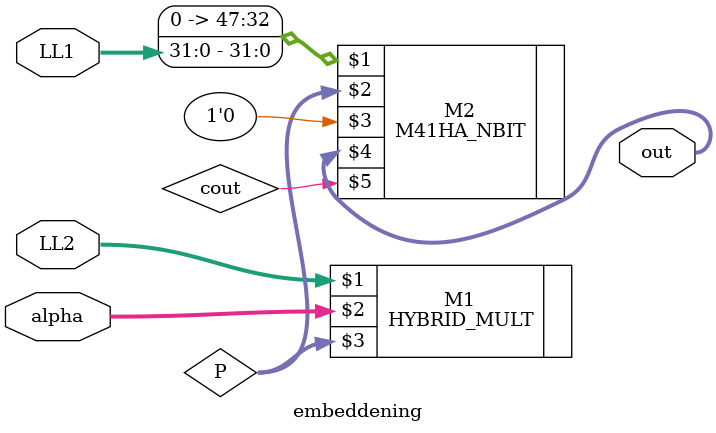
<source format=v>
`timescale 1ns / 1ps


//////////////
module embeddening(LL1,LL2,alpha,out);
parameter N=32;

input  [N-1:0]LL1,LL2,alpha;
output [N+N-1:0]out;
 wire [N+N-1:0]P;

HYBRID_MULT #(N)   M1(LL2,alpha,P);
M41HA_NBIT #(N+N)  M2({16'b0,LL1},P,1'b0,out,cout);

endmodule

</source>
